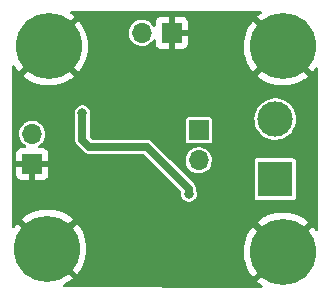
<source format=gbl>
G04 #@! TF.GenerationSoftware,KiCad,Pcbnew,(6.0.5)*
G04 #@! TF.CreationDate,2022-08-01T19:03:23+01:00*
G04 #@! TF.ProjectId,PWM-TRANSISTOR-PCB,50574d2d-5452-4414-9e53-4953544f522d,rev?*
G04 #@! TF.SameCoordinates,Original*
G04 #@! TF.FileFunction,Copper,L2,Bot*
G04 #@! TF.FilePolarity,Positive*
%FSLAX46Y46*%
G04 Gerber Fmt 4.6, Leading zero omitted, Abs format (unit mm)*
G04 Created by KiCad (PCBNEW (6.0.5)) date 2022-08-01 19:03:23*
%MOMM*%
%LPD*%
G01*
G04 APERTURE LIST*
G04 #@! TA.AperFunction,ComponentPad*
%ADD10C,5.600000*%
G04 #@! TD*
G04 #@! TA.AperFunction,ComponentPad*
%ADD11R,1.700000X1.700000*%
G04 #@! TD*
G04 #@! TA.AperFunction,ComponentPad*
%ADD12O,1.700000X1.700000*%
G04 #@! TD*
G04 #@! TA.AperFunction,ComponentPad*
%ADD13R,3.000000X3.000000*%
G04 #@! TD*
G04 #@! TA.AperFunction,ComponentPad*
%ADD14C,3.000000*%
G04 #@! TD*
G04 #@! TA.AperFunction,ViaPad*
%ADD15C,0.800000*%
G04 #@! TD*
G04 #@! TA.AperFunction,Conductor*
%ADD16C,0.700000*%
G04 #@! TD*
G04 APERTURE END LIST*
D10*
X127698500Y-111760000D03*
X107886500Y-111760000D03*
X127698500Y-129159000D03*
D11*
X120586500Y-118872000D03*
D12*
X120586500Y-121412000D03*
D11*
X118300500Y-110617000D03*
D12*
X115760500Y-110617000D03*
D13*
X127063500Y-122999500D03*
D14*
X127063500Y-117919500D03*
D10*
X107759500Y-128905000D03*
D11*
X106489500Y-121729500D03*
D12*
X106489500Y-119189500D03*
D15*
X121920000Y-113093500D03*
X121983500Y-110426500D03*
X120332500Y-127444500D03*
X120332500Y-129095500D03*
X120332500Y-130746500D03*
X120332500Y-125793500D03*
X122174000Y-130746500D03*
X118491000Y-125857000D03*
X112585500Y-113093500D03*
X118491000Y-130810000D03*
X122174000Y-125793500D03*
X122174000Y-129095500D03*
X118491000Y-129159000D03*
X112649000Y-110426500D03*
X118491000Y-127508000D03*
X122174000Y-127444500D03*
X110744000Y-117411500D03*
X119761000Y-124269500D03*
D16*
X110744000Y-119697500D02*
X111315500Y-120269000D01*
X110744000Y-117411500D02*
X110744000Y-119697500D01*
X119761000Y-123825000D02*
X119761000Y-124269500D01*
X116205000Y-120269000D02*
X119761000Y-123825000D01*
X111315500Y-120269000D02*
X116205000Y-120269000D01*
G04 #@! TA.AperFunction,Conductor*
G36*
X125855067Y-108796002D02*
G01*
X125901560Y-108849658D01*
X125911664Y-108919932D01*
X125882170Y-108984512D01*
X125851655Y-109010115D01*
X125848892Y-109011769D01*
X125843255Y-109015571D01*
X125562908Y-109227596D01*
X125557711Y-109231987D01*
X125556472Y-109233155D01*
X125548450Y-109246862D01*
X125548486Y-109247704D01*
X125553537Y-109255826D01*
X127698500Y-111400790D01*
X130197511Y-113899800D01*
X130211105Y-113907223D01*
X130220717Y-113900523D01*
X130321018Y-113783912D01*
X130325176Y-113778514D01*
X130452352Y-113593471D01*
X130507420Y-113548660D01*
X130577973Y-113540735D01*
X130641611Y-113572212D01*
X130678128Y-113633096D01*
X130682192Y-113664861D01*
X130681127Y-119619841D01*
X130679805Y-127018599D01*
X130679763Y-127251054D01*
X130659749Y-127319171D01*
X130606085Y-127365654D01*
X130535809Y-127375745D01*
X130471234Y-127346241D01*
X130449427Y-127321672D01*
X130339197Y-127158862D01*
X130335090Y-127153453D01*
X130222065Y-127020179D01*
X130209240Y-127011743D01*
X130198916Y-127017795D01*
X127698500Y-129518210D01*
X125555272Y-131661439D01*
X125547660Y-131675380D01*
X125547738Y-131676470D01*
X125550199Y-131680207D01*
X125824132Y-131890404D01*
X125829762Y-131894259D01*
X125950300Y-131967547D01*
X125998115Y-132020028D01*
X126009966Y-132090028D01*
X125982091Y-132155324D01*
X125923340Y-132195183D01*
X125884431Y-132201208D01*
X109202777Y-132146872D01*
X109134721Y-132126648D01*
X109088403Y-132072842D01*
X109078529Y-132002535D01*
X109108232Y-131938051D01*
X109150936Y-131906218D01*
X109291218Y-131842288D01*
X109297277Y-131839121D01*
X109599495Y-131659676D01*
X109605159Y-131655884D01*
X109886232Y-131444849D01*
X109891458Y-131440464D01*
X109901113Y-131431428D01*
X109909182Y-131417750D01*
X109909154Y-131417024D01*
X109904012Y-131408723D01*
X107401421Y-128906131D01*
X108123908Y-128906131D01*
X108124039Y-128907966D01*
X108128290Y-128914580D01*
X110258509Y-131044798D01*
X110272105Y-131052223D01*
X110281718Y-131045522D01*
X110382018Y-130928912D01*
X110386176Y-130923514D01*
X110585262Y-130633840D01*
X110588810Y-130628029D01*
X110755442Y-130318559D01*
X110758349Y-130312381D01*
X110890590Y-129986713D01*
X110892804Y-129980283D01*
X110989098Y-129642237D01*
X110990605Y-129635607D01*
X111049832Y-129289118D01*
X111050612Y-129282378D01*
X111058657Y-129150832D01*
X124385833Y-129150832D01*
X124403617Y-129501893D01*
X124404327Y-129508649D01*
X124459920Y-129855723D01*
X124461359Y-129862378D01*
X124554108Y-130201410D01*
X124556257Y-130207871D01*
X124685081Y-130534912D01*
X124687912Y-130541095D01*
X124851303Y-130852310D01*
X124854786Y-130858152D01*
X125050830Y-131149896D01*
X125054933Y-131155340D01*
X125174925Y-131297836D01*
X125187664Y-131306279D01*
X125198108Y-131300181D01*
X127326480Y-129171810D01*
X127334092Y-129157869D01*
X127333961Y-129156034D01*
X127329710Y-129149420D01*
X125199492Y-127019203D01*
X125185955Y-127011811D01*
X125176253Y-127018599D01*
X125068930Y-127144257D01*
X125064796Y-127149664D01*
X124866715Y-127440041D01*
X124863197Y-127445851D01*
X124697634Y-127755922D01*
X124694759Y-127762087D01*
X124563655Y-128088218D01*
X124561462Y-128094658D01*
X124466346Y-128433044D01*
X124464863Y-128439679D01*
X124406850Y-128786354D01*
X124406091Y-128793126D01*
X124385857Y-129144037D01*
X124385833Y-129150832D01*
X111058657Y-129150832D01*
X111072168Y-128929925D01*
X111072284Y-128926323D01*
X111072353Y-128906819D01*
X111072261Y-128903194D01*
X111053166Y-128550615D01*
X111052431Y-128543849D01*
X110995630Y-128196985D01*
X110994163Y-128190313D01*
X110900236Y-127851627D01*
X110898062Y-127845163D01*
X110768098Y-127518578D01*
X110765242Y-127512398D01*
X110600769Y-127201763D01*
X110597269Y-127195937D01*
X110400197Y-126904862D01*
X110396090Y-126899453D01*
X110283065Y-126766179D01*
X110270240Y-126757743D01*
X110259916Y-126763795D01*
X108131520Y-128892190D01*
X108123908Y-128906131D01*
X107401421Y-128906131D01*
X107400290Y-128905000D01*
X105260490Y-126765201D01*
X105246956Y-126757811D01*
X105237254Y-126764598D01*
X105129930Y-126890257D01*
X105125796Y-126895664D01*
X105005942Y-127071364D01*
X104951030Y-127116367D01*
X104880505Y-127124538D01*
X104816758Y-127093284D01*
X104780028Y-127032527D01*
X104775853Y-127000337D01*
X104775896Y-126765201D01*
X104775963Y-126391862D01*
X105609450Y-126391862D01*
X105609486Y-126392704D01*
X105614537Y-126400826D01*
X107746690Y-128532980D01*
X107760631Y-128540592D01*
X107762466Y-128540461D01*
X107769080Y-128536210D01*
X109659427Y-126645862D01*
X125548450Y-126645862D01*
X125548486Y-126646704D01*
X125553537Y-126654826D01*
X127685690Y-128786980D01*
X127699631Y-128794592D01*
X127701466Y-128794461D01*
X127708080Y-128790210D01*
X129841298Y-126656991D01*
X129848912Y-126643047D01*
X129848844Y-126642089D01*
X129844336Y-126635272D01*
X129842918Y-126634065D01*
X129563313Y-126421064D01*
X129557687Y-126417240D01*
X129256714Y-126235681D01*
X129250702Y-126232484D01*
X128931870Y-126084487D01*
X128925570Y-126081967D01*
X128592629Y-125969273D01*
X128586051Y-125967437D01*
X128242917Y-125891367D01*
X128236178Y-125890251D01*
X127886810Y-125851680D01*
X127880029Y-125851301D01*
X127528515Y-125850687D01*
X127521742Y-125851042D01*
X127172220Y-125888395D01*
X127165510Y-125889482D01*
X126822086Y-125964361D01*
X126815511Y-125966172D01*
X126482183Y-126077702D01*
X126475861Y-126080205D01*
X126156534Y-126227079D01*
X126150491Y-126230265D01*
X125848901Y-126410763D01*
X125843255Y-126414571D01*
X125562908Y-126626596D01*
X125557711Y-126630987D01*
X125556472Y-126632155D01*
X125548450Y-126645862D01*
X109659427Y-126645862D01*
X109902298Y-126402991D01*
X109909912Y-126389047D01*
X109909844Y-126388089D01*
X109905336Y-126381272D01*
X109903918Y-126380065D01*
X109624313Y-126167064D01*
X109618687Y-126163240D01*
X109317714Y-125981681D01*
X109311702Y-125978484D01*
X108992870Y-125830487D01*
X108986570Y-125827967D01*
X108653629Y-125715273D01*
X108647051Y-125713437D01*
X108303917Y-125637367D01*
X108297178Y-125636251D01*
X107947810Y-125597680D01*
X107941029Y-125597301D01*
X107589515Y-125596687D01*
X107582742Y-125597042D01*
X107233220Y-125634395D01*
X107226510Y-125635482D01*
X106883086Y-125710361D01*
X106876511Y-125712172D01*
X106543183Y-125823702D01*
X106536861Y-125826205D01*
X106217534Y-125973079D01*
X106211491Y-125976265D01*
X105909901Y-126156763D01*
X105904255Y-126160571D01*
X105623908Y-126372596D01*
X105618711Y-126376987D01*
X105617472Y-126378155D01*
X105609450Y-126391862D01*
X104775963Y-126391862D01*
X104776640Y-122624169D01*
X105131501Y-122624169D01*
X105131871Y-122630990D01*
X105137395Y-122681852D01*
X105141021Y-122697104D01*
X105186176Y-122817554D01*
X105194714Y-122833149D01*
X105271215Y-122935224D01*
X105283776Y-122947785D01*
X105385851Y-123024286D01*
X105401446Y-123032824D01*
X105521894Y-123077978D01*
X105537149Y-123081605D01*
X105588014Y-123087131D01*
X105594828Y-123087500D01*
X106217385Y-123087500D01*
X106232624Y-123083025D01*
X106233829Y-123081635D01*
X106235500Y-123073952D01*
X106235500Y-123069384D01*
X106743500Y-123069384D01*
X106747975Y-123084623D01*
X106749365Y-123085828D01*
X106757048Y-123087499D01*
X107384169Y-123087499D01*
X107390990Y-123087129D01*
X107441852Y-123081605D01*
X107457104Y-123077979D01*
X107577554Y-123032824D01*
X107593149Y-123024286D01*
X107695224Y-122947785D01*
X107707785Y-122935224D01*
X107784286Y-122833149D01*
X107792824Y-122817554D01*
X107837978Y-122697106D01*
X107841605Y-122681851D01*
X107847131Y-122630986D01*
X107847500Y-122624172D01*
X107847500Y-122001615D01*
X107843025Y-121986376D01*
X107841635Y-121985171D01*
X107833952Y-121983500D01*
X106761615Y-121983500D01*
X106746376Y-121987975D01*
X106745171Y-121989365D01*
X106743500Y-121997048D01*
X106743500Y-123069384D01*
X106235500Y-123069384D01*
X106235500Y-122001615D01*
X106231025Y-121986376D01*
X106229635Y-121985171D01*
X106221952Y-121983500D01*
X105149616Y-121983500D01*
X105134377Y-121987975D01*
X105133172Y-121989365D01*
X105131501Y-121997048D01*
X105131501Y-122624169D01*
X104776640Y-122624169D01*
X104776849Y-121457385D01*
X105131500Y-121457385D01*
X105135975Y-121472624D01*
X105137365Y-121473829D01*
X105145048Y-121475500D01*
X107829384Y-121475500D01*
X107844623Y-121471025D01*
X107845828Y-121469635D01*
X107847499Y-121461952D01*
X107847499Y-120834831D01*
X107847129Y-120828010D01*
X107841605Y-120777148D01*
X107837979Y-120761896D01*
X107792824Y-120641446D01*
X107784286Y-120625851D01*
X107707785Y-120523776D01*
X107695224Y-120511215D01*
X107593149Y-120434714D01*
X107577554Y-120426176D01*
X107457106Y-120381022D01*
X107441851Y-120377395D01*
X107390986Y-120371869D01*
X107384172Y-120371500D01*
X107122346Y-120371500D01*
X107054225Y-120351498D01*
X107007732Y-120297842D01*
X106997628Y-120227568D01*
X107027122Y-120162988D01*
X107060775Y-120135569D01*
X107117776Y-120103647D01*
X107180434Y-120051535D01*
X107269413Y-119977531D01*
X107273845Y-119973845D01*
X107297672Y-119945196D01*
X107399953Y-119822218D01*
X107399955Y-119822215D01*
X107403647Y-119817776D01*
X107489486Y-119664500D01*
X107500010Y-119645708D01*
X107500011Y-119645706D01*
X107502834Y-119640665D01*
X107504690Y-119635198D01*
X107504692Y-119635193D01*
X107566228Y-119453914D01*
X107566229Y-119453909D01*
X107568084Y-119448445D01*
X107568912Y-119442736D01*
X107568913Y-119442731D01*
X107596679Y-119251227D01*
X107597212Y-119247553D01*
X107598732Y-119189500D01*
X107580158Y-118987359D01*
X107576508Y-118974417D01*
X107526625Y-118797546D01*
X107526624Y-118797544D01*
X107525057Y-118791987D01*
X107514478Y-118770533D01*
X107437831Y-118615109D01*
X107435276Y-118609928D01*
X107313820Y-118447279D01*
X107164758Y-118309487D01*
X107159875Y-118306406D01*
X107159871Y-118306403D01*
X106997964Y-118204248D01*
X106993081Y-118201167D01*
X106804539Y-118125946D01*
X106798879Y-118124820D01*
X106798875Y-118124819D01*
X106611113Y-118087471D01*
X106611110Y-118087471D01*
X106605446Y-118086344D01*
X106599671Y-118086268D01*
X106599667Y-118086268D01*
X106498293Y-118084941D01*
X106402471Y-118083687D01*
X106396774Y-118084666D01*
X106396773Y-118084666D01*
X106208107Y-118117085D01*
X106202410Y-118118064D01*
X106011963Y-118188324D01*
X105837510Y-118292112D01*
X105833170Y-118295918D01*
X105833166Y-118295921D01*
X105813223Y-118313411D01*
X105684892Y-118425955D01*
X105559220Y-118585369D01*
X105556531Y-118590480D01*
X105556529Y-118590483D01*
X105543573Y-118615109D01*
X105464703Y-118765015D01*
X105404507Y-118958878D01*
X105380648Y-119160464D01*
X105393924Y-119363022D01*
X105395345Y-119368618D01*
X105395346Y-119368623D01*
X105437092Y-119532994D01*
X105443892Y-119559769D01*
X105446309Y-119565012D01*
X105482953Y-119644498D01*
X105528877Y-119744116D01*
X105532210Y-119748832D01*
X105601673Y-119847120D01*
X105646033Y-119909889D01*
X105791438Y-120051535D01*
X105796242Y-120054745D01*
X105924936Y-120140736D01*
X105970464Y-120195213D01*
X105979312Y-120265656D01*
X105948670Y-120329700D01*
X105888268Y-120367012D01*
X105854934Y-120371501D01*
X105594831Y-120371501D01*
X105588010Y-120371871D01*
X105537148Y-120377395D01*
X105521896Y-120381021D01*
X105401446Y-120426176D01*
X105385851Y-120434714D01*
X105283776Y-120511215D01*
X105271215Y-120523776D01*
X105194714Y-120625851D01*
X105186176Y-120641446D01*
X105141022Y-120761894D01*
X105137395Y-120777149D01*
X105131869Y-120828014D01*
X105131500Y-120834828D01*
X105131500Y-121457385D01*
X104776849Y-121457385D01*
X104777576Y-117404596D01*
X110084729Y-117404596D01*
X110102113Y-117562053D01*
X110104723Y-117569186D01*
X110104724Y-117569189D01*
X110131826Y-117643250D01*
X110139500Y-117686550D01*
X110139500Y-119649622D01*
X110138422Y-119666067D01*
X110134284Y-119697500D01*
X110135362Y-119705688D01*
X110151941Y-119831620D01*
X110155059Y-119855306D01*
X110185515Y-119928832D01*
X110215970Y-120002358D01*
X110220997Y-120008909D01*
X110220998Y-120008911D01*
X110253705Y-120051535D01*
X110312866Y-120128634D01*
X110319416Y-120133660D01*
X110338018Y-120147934D01*
X110350409Y-120158801D01*
X110854195Y-120662587D01*
X110865062Y-120674977D01*
X110884366Y-120700134D01*
X110890916Y-120705160D01*
X110890919Y-120705163D01*
X111004089Y-120792002D01*
X111010642Y-120797030D01*
X111018272Y-120800190D01*
X111018273Y-120800191D01*
X111052433Y-120814340D01*
X111084168Y-120827485D01*
X111157694Y-120857941D01*
X111165878Y-120859018D01*
X111165880Y-120859019D01*
X111307312Y-120877638D01*
X111315500Y-120878716D01*
X111346933Y-120874578D01*
X111363378Y-120873500D01*
X115902418Y-120873500D01*
X115970539Y-120893502D01*
X115991513Y-120910405D01*
X119085942Y-124004834D01*
X119119968Y-124067146D01*
X119121769Y-124110375D01*
X119101729Y-124262596D01*
X119119113Y-124420053D01*
X119121723Y-124427184D01*
X119121723Y-124427186D01*
X119159581Y-124530637D01*
X119173553Y-124568819D01*
X119177789Y-124575122D01*
X119177789Y-124575123D01*
X119254901Y-124689877D01*
X119261908Y-124700305D01*
X119267527Y-124705418D01*
X119267528Y-124705419D01*
X119307351Y-124741655D01*
X119379076Y-124806919D01*
X119518293Y-124882508D01*
X119671522Y-124922707D01*
X119755477Y-124924026D01*
X119822319Y-124925076D01*
X119822322Y-124925076D01*
X119829916Y-124925195D01*
X119984332Y-124889829D01*
X120054742Y-124854417D01*
X120119072Y-124822063D01*
X120119075Y-124822061D01*
X120125855Y-124818651D01*
X120131626Y-124813722D01*
X120131629Y-124813720D01*
X120240536Y-124720704D01*
X120240536Y-124720703D01*
X120246314Y-124715769D01*
X120338755Y-124587124D01*
X120397842Y-124440141D01*
X120420162Y-124283307D01*
X120420307Y-124269500D01*
X120401276Y-124112233D01*
X120373634Y-124039080D01*
X120365500Y-123994544D01*
X120365500Y-123872871D01*
X120366578Y-123856425D01*
X120369637Y-123833189D01*
X120369637Y-123833188D01*
X120370715Y-123825000D01*
X120365500Y-123785387D01*
X120365500Y-123785381D01*
X120349940Y-123667194D01*
X120344469Y-123653984D01*
X120308229Y-123566494D01*
X120289030Y-123520142D01*
X120192134Y-123393866D01*
X120166982Y-123374566D01*
X120154591Y-123363699D01*
X118173856Y-121382964D01*
X119477648Y-121382964D01*
X119490924Y-121585522D01*
X119492345Y-121591118D01*
X119492346Y-121591123D01*
X119512619Y-121670945D01*
X119540892Y-121782269D01*
X119543309Y-121787512D01*
X119580510Y-121868208D01*
X119625877Y-121966616D01*
X119743033Y-122132389D01*
X119888438Y-122274035D01*
X120057220Y-122386812D01*
X120062523Y-122389090D01*
X120062526Y-122389092D01*
X120151207Y-122427192D01*
X120243728Y-122466942D01*
X120316744Y-122483464D01*
X120436079Y-122510467D01*
X120436084Y-122510468D01*
X120441716Y-122511742D01*
X120447487Y-122511969D01*
X120447489Y-122511969D01*
X120507256Y-122514317D01*
X120644553Y-122519712D01*
X120744999Y-122505148D01*
X120839731Y-122491413D01*
X120839736Y-122491412D01*
X120845445Y-122490584D01*
X120850909Y-122488729D01*
X120850914Y-122488728D01*
X121032193Y-122427192D01*
X121032198Y-122427190D01*
X121037665Y-122425334D01*
X121214776Y-122326147D01*
X121277434Y-122274035D01*
X121366413Y-122200031D01*
X121370845Y-122196345D01*
X121500647Y-122040276D01*
X121599834Y-121863165D01*
X121601690Y-121857698D01*
X121601692Y-121857693D01*
X121663228Y-121676414D01*
X121663229Y-121676409D01*
X121665084Y-121670945D01*
X121665912Y-121665236D01*
X121665913Y-121665231D01*
X121693422Y-121475500D01*
X121693577Y-121474433D01*
X125309000Y-121474433D01*
X125309001Y-124524566D01*
X125316112Y-124560318D01*
X125320041Y-124580071D01*
X125323766Y-124598801D01*
X125380016Y-124682984D01*
X125464199Y-124739234D01*
X125538433Y-124754000D01*
X127063253Y-124754000D01*
X128588566Y-124753999D01*
X128624318Y-124746888D01*
X128650626Y-124741656D01*
X128650628Y-124741655D01*
X128662801Y-124739234D01*
X128673121Y-124732339D01*
X128673122Y-124732338D01*
X128736668Y-124689877D01*
X128746984Y-124682984D01*
X128803234Y-124598801D01*
X128818000Y-124524567D01*
X128817999Y-121474434D01*
X128803234Y-121400199D01*
X128746984Y-121316016D01*
X128662801Y-121259766D01*
X128588567Y-121245000D01*
X127063747Y-121245000D01*
X125538434Y-121245001D01*
X125502682Y-121252112D01*
X125476374Y-121257344D01*
X125476372Y-121257345D01*
X125464199Y-121259766D01*
X125453879Y-121266661D01*
X125453878Y-121266662D01*
X125393485Y-121307016D01*
X125380016Y-121316016D01*
X125323766Y-121400199D01*
X125309000Y-121474433D01*
X121693577Y-121474433D01*
X121694212Y-121470053D01*
X121695732Y-121412000D01*
X121684297Y-121287551D01*
X121677687Y-121215613D01*
X121677686Y-121215610D01*
X121677158Y-121209859D01*
X121675590Y-121204299D01*
X121623625Y-121020046D01*
X121623624Y-121020044D01*
X121622057Y-121014487D01*
X121611478Y-120993033D01*
X121534831Y-120837609D01*
X121532276Y-120832428D01*
X121410820Y-120669779D01*
X121261758Y-120531987D01*
X121256875Y-120528906D01*
X121256871Y-120528903D01*
X121094964Y-120426748D01*
X121090081Y-120423667D01*
X120901539Y-120348446D01*
X120895879Y-120347320D01*
X120895875Y-120347319D01*
X120708113Y-120309971D01*
X120708110Y-120309971D01*
X120702446Y-120308844D01*
X120696671Y-120308768D01*
X120696667Y-120308768D01*
X120595293Y-120307441D01*
X120499471Y-120306187D01*
X120493774Y-120307166D01*
X120493773Y-120307166D01*
X120362634Y-120329700D01*
X120299410Y-120340564D01*
X120108963Y-120410824D01*
X119934510Y-120514612D01*
X119930170Y-120518418D01*
X119930166Y-120518421D01*
X119910223Y-120535911D01*
X119781892Y-120648455D01*
X119656220Y-120807869D01*
X119653531Y-120812980D01*
X119653529Y-120812983D01*
X119621122Y-120874578D01*
X119561703Y-120987515D01*
X119501507Y-121181378D01*
X119477648Y-121382964D01*
X118173856Y-121382964D01*
X116666301Y-119875409D01*
X116655434Y-119863018D01*
X116641160Y-119844416D01*
X116636134Y-119837866D01*
X116614546Y-119821301D01*
X116516411Y-119745998D01*
X116516409Y-119745997D01*
X116509858Y-119740970D01*
X116436332Y-119710515D01*
X116362806Y-119680059D01*
X116354622Y-119678982D01*
X116354620Y-119678981D01*
X116213188Y-119660362D01*
X116205000Y-119659284D01*
X116173568Y-119663422D01*
X116157122Y-119664500D01*
X111618082Y-119664500D01*
X111549961Y-119644498D01*
X111528987Y-119627595D01*
X111385405Y-119484013D01*
X111351379Y-119421701D01*
X111348500Y-119394918D01*
X111348500Y-117996933D01*
X119482000Y-117996933D01*
X119482001Y-119747066D01*
X119496766Y-119821301D01*
X119503661Y-119831620D01*
X119503662Y-119831622D01*
X119524583Y-119862932D01*
X119553016Y-119905484D01*
X119637199Y-119961734D01*
X119711433Y-119976500D01*
X120586358Y-119976500D01*
X121461566Y-119976499D01*
X121497318Y-119969388D01*
X121523626Y-119964156D01*
X121523628Y-119964155D01*
X121535801Y-119961734D01*
X121546121Y-119954839D01*
X121546122Y-119954838D01*
X121609668Y-119912377D01*
X121619984Y-119905484D01*
X121676234Y-119821301D01*
X121691000Y-119747067D01*
X121690999Y-117996934D01*
X121676234Y-117922699D01*
X121643323Y-117873444D01*
X125304683Y-117873444D01*
X125304907Y-117878111D01*
X125304907Y-117878116D01*
X125310323Y-117990863D01*
X125317194Y-118133919D01*
X125368069Y-118389685D01*
X125456190Y-118635121D01*
X125458406Y-118639245D01*
X125537694Y-118786807D01*
X125579620Y-118864836D01*
X125582415Y-118868579D01*
X125582417Y-118868582D01*
X125732857Y-119070045D01*
X125732862Y-119070051D01*
X125735649Y-119073783D01*
X125738958Y-119077063D01*
X125738963Y-119077069D01*
X125907200Y-119243844D01*
X125920848Y-119257373D01*
X125924610Y-119260131D01*
X125924613Y-119260134D01*
X126127382Y-119408811D01*
X126131149Y-119411573D01*
X126135280Y-119413747D01*
X126135281Y-119413747D01*
X126357798Y-119530819D01*
X126357804Y-119530821D01*
X126361933Y-119532994D01*
X126608129Y-119618969D01*
X126612722Y-119619841D01*
X126859739Y-119666739D01*
X126859742Y-119666739D01*
X126864328Y-119667610D01*
X126988225Y-119672478D01*
X127120235Y-119677665D01*
X127120240Y-119677665D01*
X127124903Y-119677848D01*
X127218385Y-119667610D01*
X127379476Y-119649968D01*
X127379481Y-119649967D01*
X127384129Y-119649458D01*
X127398373Y-119645708D01*
X127631791Y-119584254D01*
X127636311Y-119583064D01*
X127757916Y-119530819D01*
X127871607Y-119481974D01*
X127871610Y-119481972D01*
X127875910Y-119480125D01*
X127879890Y-119477662D01*
X127879894Y-119477660D01*
X128093688Y-119345360D01*
X128093692Y-119345357D01*
X128097661Y-119342901D01*
X128296694Y-119174407D01*
X128468635Y-118978345D01*
X128477467Y-118964615D01*
X128591837Y-118786807D01*
X128609708Y-118759023D01*
X128716814Y-118521257D01*
X128787599Y-118270272D01*
X128804362Y-118138507D01*
X128820111Y-118014712D01*
X128820111Y-118014706D01*
X128820509Y-118011581D01*
X128820731Y-118003123D01*
X128822517Y-117934874D01*
X128822920Y-117919500D01*
X128811714Y-117768707D01*
X128803940Y-117664093D01*
X128803939Y-117664089D01*
X128803594Y-117659441D01*
X128746042Y-117405095D01*
X128651527Y-117162050D01*
X128612478Y-117093728D01*
X128545505Y-116976552D01*
X128522125Y-116935645D01*
X128360680Y-116730853D01*
X128170739Y-116552174D01*
X127956473Y-116403532D01*
X127952283Y-116401466D01*
X127952280Y-116401464D01*
X127726778Y-116290259D01*
X127726775Y-116290258D01*
X127722590Y-116288194D01*
X127474228Y-116208693D01*
X127469621Y-116207943D01*
X127469618Y-116207942D01*
X127221455Y-116167526D01*
X127221456Y-116167526D01*
X127216844Y-116166775D01*
X127090375Y-116165120D01*
X126960767Y-116163423D01*
X126960764Y-116163423D01*
X126956090Y-116163362D01*
X126697696Y-116198528D01*
X126693210Y-116199836D01*
X126693208Y-116199836D01*
X126662821Y-116208693D01*
X126447338Y-116271500D01*
X126210516Y-116380677D01*
X126206611Y-116383237D01*
X126206606Y-116383240D01*
X125996346Y-116521092D01*
X125996341Y-116521096D01*
X125992433Y-116523658D01*
X125797879Y-116697304D01*
X125631129Y-116897800D01*
X125495845Y-117120740D01*
X125494038Y-117125048D01*
X125494038Y-117125049D01*
X125439867Y-117254233D01*
X125395000Y-117361228D01*
X125393849Y-117365760D01*
X125393848Y-117365763D01*
X125381183Y-117415634D01*
X125330810Y-117613980D01*
X125304683Y-117873444D01*
X121643323Y-117873444D01*
X121626877Y-117848832D01*
X121619984Y-117838516D01*
X121535801Y-117782266D01*
X121461567Y-117767500D01*
X120586642Y-117767500D01*
X119711434Y-117767501D01*
X119675682Y-117774612D01*
X119649374Y-117779844D01*
X119649372Y-117779845D01*
X119637199Y-117782266D01*
X119626879Y-117789161D01*
X119626878Y-117789162D01*
X119566485Y-117829516D01*
X119553016Y-117838516D01*
X119496766Y-117922699D01*
X119482000Y-117996933D01*
X111348500Y-117996933D01*
X111348500Y-117686972D01*
X111357593Y-117639976D01*
X111378006Y-117589198D01*
X111378008Y-117589191D01*
X111380842Y-117582141D01*
X111403162Y-117425307D01*
X111403307Y-117411500D01*
X111384276Y-117254233D01*
X111328280Y-117106046D01*
X111238553Y-116975492D01*
X111120275Y-116870111D01*
X111112889Y-116866200D01*
X110986988Y-116799539D01*
X110986989Y-116799539D01*
X110980274Y-116795984D01*
X110826633Y-116757392D01*
X110819034Y-116757352D01*
X110819033Y-116757352D01*
X110753181Y-116757007D01*
X110668221Y-116756562D01*
X110660841Y-116758334D01*
X110660839Y-116758334D01*
X110521563Y-116791771D01*
X110521560Y-116791772D01*
X110514184Y-116793543D01*
X110373414Y-116866200D01*
X110254039Y-116970338D01*
X110162950Y-117099944D01*
X110105406Y-117247537D01*
X110104414Y-117255070D01*
X110104414Y-117255071D01*
X110091007Y-117356913D01*
X110084729Y-117404596D01*
X104777576Y-117404596D01*
X104778138Y-114276381D01*
X105735660Y-114276381D01*
X105735737Y-114277470D01*
X105738198Y-114281206D01*
X106012132Y-114491404D01*
X106017762Y-114495259D01*
X106318091Y-114677862D01*
X106324093Y-114681080D01*
X106642397Y-114830184D01*
X106648702Y-114832732D01*
X106981243Y-114946587D01*
X106987813Y-114948446D01*
X107330683Y-115025714D01*
X107337412Y-115026853D01*
X107686643Y-115066643D01*
X107693433Y-115067046D01*
X108044919Y-115068886D01*
X108051720Y-115068554D01*
X108401353Y-115032423D01*
X108408081Y-115031357D01*
X108751774Y-114957676D01*
X108758322Y-114955897D01*
X109092049Y-114845527D01*
X109098391Y-114843041D01*
X109418218Y-114697288D01*
X109424277Y-114694121D01*
X109726495Y-114514676D01*
X109732159Y-114510884D01*
X110013232Y-114299849D01*
X110018458Y-114295464D01*
X110028113Y-114286428D01*
X110034040Y-114276381D01*
X125547660Y-114276381D01*
X125547737Y-114277470D01*
X125550198Y-114281206D01*
X125824132Y-114491404D01*
X125829762Y-114495259D01*
X126130091Y-114677862D01*
X126136093Y-114681080D01*
X126454397Y-114830184D01*
X126460702Y-114832732D01*
X126793243Y-114946587D01*
X126799813Y-114948446D01*
X127142683Y-115025714D01*
X127149412Y-115026853D01*
X127498643Y-115066643D01*
X127505433Y-115067046D01*
X127856919Y-115068886D01*
X127863720Y-115068554D01*
X128213353Y-115032423D01*
X128220081Y-115031357D01*
X128563774Y-114957676D01*
X128570322Y-114955897D01*
X128904049Y-114845527D01*
X128910391Y-114843041D01*
X129230218Y-114697288D01*
X129236277Y-114694121D01*
X129538495Y-114514676D01*
X129544159Y-114510884D01*
X129825232Y-114299849D01*
X129830458Y-114295464D01*
X129840113Y-114286428D01*
X129848182Y-114272750D01*
X129848154Y-114272024D01*
X129843012Y-114263723D01*
X127711310Y-112132020D01*
X127697369Y-112124408D01*
X127695534Y-112124539D01*
X127688920Y-112128790D01*
X125555274Y-114262437D01*
X125547660Y-114276381D01*
X110034040Y-114276381D01*
X110036182Y-114272750D01*
X110036154Y-114272024D01*
X110031012Y-114263723D01*
X107899310Y-112132020D01*
X107885369Y-112124408D01*
X107883534Y-112124539D01*
X107876920Y-112128790D01*
X105743274Y-114262437D01*
X105735660Y-114276381D01*
X104778138Y-114276381D01*
X104778283Y-113467171D01*
X104798297Y-113399055D01*
X104851961Y-113352572D01*
X104922237Y-113342481D01*
X104986813Y-113371985D01*
X105015842Y-113408624D01*
X105039299Y-113453303D01*
X105042786Y-113459152D01*
X105238830Y-113750896D01*
X105242933Y-113756340D01*
X105362925Y-113898836D01*
X105375664Y-113907279D01*
X105386108Y-113901181D01*
X107526159Y-111761131D01*
X108250908Y-111761131D01*
X108251039Y-111762966D01*
X108255290Y-111769580D01*
X110385509Y-113899798D01*
X110399105Y-113907223D01*
X110408718Y-113900522D01*
X110509018Y-113783912D01*
X110513176Y-113778514D01*
X110712262Y-113488840D01*
X110715810Y-113483029D01*
X110882442Y-113173559D01*
X110885349Y-113167381D01*
X111017590Y-112841713D01*
X111019804Y-112835283D01*
X111116098Y-112497237D01*
X111117605Y-112490607D01*
X111176832Y-112144118D01*
X111177612Y-112137378D01*
X111199168Y-111784925D01*
X111199284Y-111781323D01*
X111199353Y-111761819D01*
X111199261Y-111758194D01*
X111180166Y-111405615D01*
X111179431Y-111398849D01*
X111122630Y-111051985D01*
X111121163Y-111045313D01*
X111027236Y-110706627D01*
X111025062Y-110700163D01*
X110980413Y-110587964D01*
X114651648Y-110587964D01*
X114664924Y-110790522D01*
X114666345Y-110796118D01*
X114666346Y-110796123D01*
X114698377Y-110922241D01*
X114714892Y-110987269D01*
X114717309Y-110992512D01*
X114778050Y-111124270D01*
X114799877Y-111171616D01*
X114803210Y-111176332D01*
X114912986Y-111331662D01*
X114917033Y-111337389D01*
X115062438Y-111479035D01*
X115067242Y-111482245D01*
X115121480Y-111518486D01*
X115231220Y-111591812D01*
X115236523Y-111594090D01*
X115236526Y-111594092D01*
X115325207Y-111632192D01*
X115417728Y-111671942D01*
X115451152Y-111679505D01*
X115610079Y-111715467D01*
X115610084Y-111715468D01*
X115615716Y-111716742D01*
X115621487Y-111716969D01*
X115621489Y-111716969D01*
X115681256Y-111719317D01*
X115818553Y-111724712D01*
X115918999Y-111710148D01*
X116013731Y-111696413D01*
X116013736Y-111696412D01*
X116019445Y-111695584D01*
X116024909Y-111693729D01*
X116024914Y-111693728D01*
X116206193Y-111632192D01*
X116206198Y-111632190D01*
X116211665Y-111630334D01*
X116224492Y-111623151D01*
X116320558Y-111569351D01*
X116388776Y-111531147D01*
X116403995Y-111518490D01*
X116540413Y-111405031D01*
X116544845Y-111401345D01*
X116674647Y-111245276D01*
X116677469Y-111240236D01*
X116677473Y-111240231D01*
X116706567Y-111188279D01*
X116757304Y-111138617D01*
X116826835Y-111124270D01*
X116893086Y-111149791D01*
X116935022Y-111207080D01*
X116942501Y-111249845D01*
X116942501Y-111511669D01*
X116942871Y-111518490D01*
X116948395Y-111569352D01*
X116952021Y-111584604D01*
X116997176Y-111705054D01*
X117005714Y-111720649D01*
X117082215Y-111822724D01*
X117094776Y-111835285D01*
X117196851Y-111911786D01*
X117212446Y-111920324D01*
X117332894Y-111965478D01*
X117348149Y-111969105D01*
X117399014Y-111974631D01*
X117405828Y-111975000D01*
X118028385Y-111975000D01*
X118043624Y-111970525D01*
X118044829Y-111969135D01*
X118046500Y-111961452D01*
X118046500Y-111956884D01*
X118554500Y-111956884D01*
X118558975Y-111972123D01*
X118560365Y-111973328D01*
X118568048Y-111974999D01*
X119195169Y-111974999D01*
X119201990Y-111974629D01*
X119252852Y-111969105D01*
X119268104Y-111965479D01*
X119388554Y-111920324D01*
X119404149Y-111911786D01*
X119506224Y-111835285D01*
X119518785Y-111822724D01*
X119571916Y-111751832D01*
X124385833Y-111751832D01*
X124403617Y-112102893D01*
X124404327Y-112109649D01*
X124459920Y-112456723D01*
X124461359Y-112463378D01*
X124554108Y-112802410D01*
X124556257Y-112808871D01*
X124685081Y-113135912D01*
X124687912Y-113142095D01*
X124851303Y-113453310D01*
X124854786Y-113459152D01*
X125050830Y-113750896D01*
X125054933Y-113756340D01*
X125174925Y-113898836D01*
X125187664Y-113907279D01*
X125198108Y-113901181D01*
X127326480Y-111772810D01*
X127334092Y-111758869D01*
X127333961Y-111757034D01*
X127329710Y-111750420D01*
X125199492Y-109620203D01*
X125185955Y-109612811D01*
X125176253Y-109619599D01*
X125068930Y-109745257D01*
X125064796Y-109750664D01*
X124866715Y-110041041D01*
X124863197Y-110046851D01*
X124697634Y-110356922D01*
X124694759Y-110363087D01*
X124563655Y-110689218D01*
X124561462Y-110695658D01*
X124466346Y-111034044D01*
X124464863Y-111040679D01*
X124406850Y-111387354D01*
X124406091Y-111394126D01*
X124385857Y-111745037D01*
X124385833Y-111751832D01*
X119571916Y-111751832D01*
X119595286Y-111720649D01*
X119603824Y-111705054D01*
X119648978Y-111584606D01*
X119652605Y-111569351D01*
X119658131Y-111518486D01*
X119658500Y-111511672D01*
X119658500Y-110889115D01*
X119654025Y-110873876D01*
X119652635Y-110872671D01*
X119644952Y-110871000D01*
X118572615Y-110871000D01*
X118557376Y-110875475D01*
X118556171Y-110876865D01*
X118554500Y-110884548D01*
X118554500Y-111956884D01*
X118046500Y-111956884D01*
X118046500Y-110344885D01*
X118554500Y-110344885D01*
X118558975Y-110360124D01*
X118560365Y-110361329D01*
X118568048Y-110363000D01*
X119640384Y-110363000D01*
X119655623Y-110358525D01*
X119656828Y-110357135D01*
X119658499Y-110349452D01*
X119658499Y-109722331D01*
X119658129Y-109715510D01*
X119652605Y-109664648D01*
X119648979Y-109649396D01*
X119603824Y-109528946D01*
X119595286Y-109513351D01*
X119518785Y-109411276D01*
X119506224Y-109398715D01*
X119404149Y-109322214D01*
X119388554Y-109313676D01*
X119268106Y-109268522D01*
X119252851Y-109264895D01*
X119201986Y-109259369D01*
X119195172Y-109259000D01*
X118572615Y-109259000D01*
X118557376Y-109263475D01*
X118556171Y-109264865D01*
X118554500Y-109272548D01*
X118554500Y-110344885D01*
X118046500Y-110344885D01*
X118046500Y-109277116D01*
X118042025Y-109261877D01*
X118040635Y-109260672D01*
X118032952Y-109259001D01*
X117405831Y-109259001D01*
X117399010Y-109259371D01*
X117348148Y-109264895D01*
X117332896Y-109268521D01*
X117212446Y-109313676D01*
X117196851Y-109322214D01*
X117094776Y-109398715D01*
X117082215Y-109411276D01*
X117005714Y-109513351D01*
X116997176Y-109528946D01*
X116952022Y-109649394D01*
X116948395Y-109664649D01*
X116942869Y-109715514D01*
X116942500Y-109722328D01*
X116942500Y-109977160D01*
X116922498Y-110045281D01*
X116868842Y-110091774D01*
X116798568Y-110101878D01*
X116733988Y-110072384D01*
X116709067Y-110042994D01*
X116708831Y-110042608D01*
X116706276Y-110037428D01*
X116584820Y-109874779D01*
X116435758Y-109736987D01*
X116430875Y-109733906D01*
X116430871Y-109733903D01*
X116268964Y-109631748D01*
X116264081Y-109628667D01*
X116075539Y-109553446D01*
X116069879Y-109552320D01*
X116069875Y-109552319D01*
X115882113Y-109514971D01*
X115882110Y-109514971D01*
X115876446Y-109513844D01*
X115870671Y-109513768D01*
X115870667Y-109513768D01*
X115769293Y-109512441D01*
X115673471Y-109511187D01*
X115667774Y-109512166D01*
X115667773Y-109512166D01*
X115570120Y-109528946D01*
X115473410Y-109545564D01*
X115282963Y-109615824D01*
X115278002Y-109618776D01*
X115278001Y-109618776D01*
X115273962Y-109621179D01*
X115108510Y-109719612D01*
X115104170Y-109723418D01*
X115104166Y-109723421D01*
X114960233Y-109849648D01*
X114955892Y-109853455D01*
X114830220Y-110012869D01*
X114827531Y-110017980D01*
X114827529Y-110017983D01*
X114815398Y-110041041D01*
X114735703Y-110192515D01*
X114693140Y-110329591D01*
X114679482Y-110373578D01*
X114675507Y-110386378D01*
X114651648Y-110587964D01*
X110980413Y-110587964D01*
X110895098Y-110373578D01*
X110892242Y-110367398D01*
X110727769Y-110056763D01*
X110724269Y-110050937D01*
X110527197Y-109759862D01*
X110523090Y-109754453D01*
X110410065Y-109621179D01*
X110397240Y-109612743D01*
X110386916Y-109618795D01*
X108258520Y-111747190D01*
X108250908Y-111761131D01*
X107526159Y-111761131D01*
X107886500Y-111400790D01*
X110029300Y-109257989D01*
X110036912Y-109244048D01*
X110036844Y-109243089D01*
X110032334Y-109236271D01*
X110030918Y-109235065D01*
X109751313Y-109022064D01*
X109745688Y-109018240D01*
X109731845Y-109009890D01*
X109683847Y-108957576D01*
X109671752Y-108887618D01*
X109699399Y-108822225D01*
X109758010Y-108782161D01*
X109796928Y-108776000D01*
X125786946Y-108776000D01*
X125855067Y-108796002D01*
G37*
G04 #@! TD.AperFunction*
M02*

</source>
